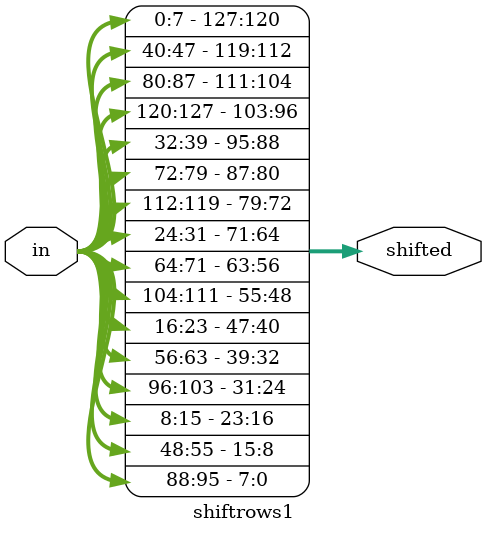
<source format=v>
module shiftrows1 (in, shifted);
	input [0:127] in;
	output [0:127] shifted;
	
	assign shifted[0:7] = in[0:7];
	assign shifted[32:39] = in[32:39];
	assign shifted[64:71] = in[64:71];
   assign shifted[96:103] = in[96:103];
	
   assign shifted[8:15] = in[40:47];
   assign shifted[40:47] = in[72:79];
   assign shifted[72:79] = in[104:111];
   assign shifted[104:111] = in[8:15];
	
   assign shifted[16:23] = in[80:87];
   assign shifted[48:55] = in[112:119];
   assign shifted[80:87] = in[16:23];
   assign shifted[112:119] = in[48:55];
	
   assign shifted[24:31] = in[120:127];
   assign shifted[56:63] = in[24:31];
   assign shifted[88:95] = in[56:63];
   assign shifted[120:127] = in[88:95];

endmodule

</source>
